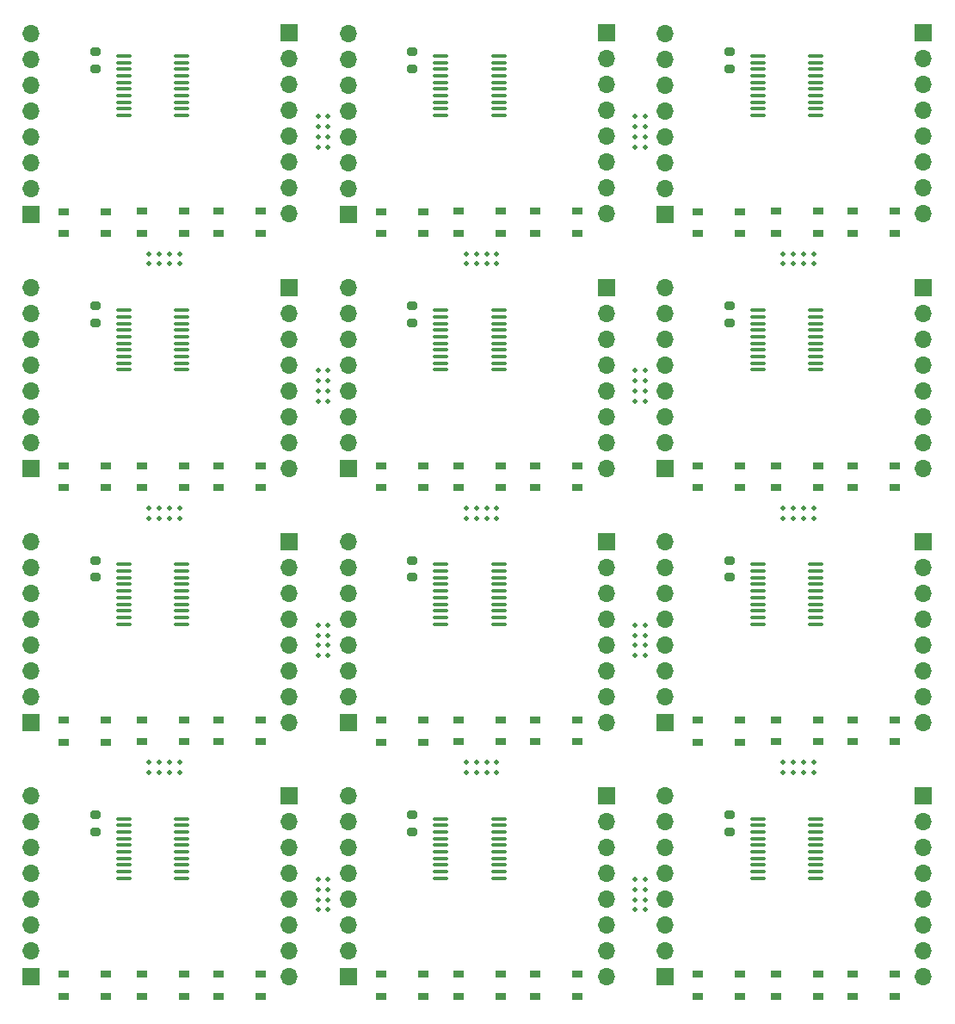
<source format=gbs>
G04 #@! TF.GenerationSoftware,KiCad,Pcbnew,7.0.7*
G04 #@! TF.CreationDate,2024-02-13T21:43:46-05:00*
G04 #@! TF.ProjectId,panelized,70616e65-6c69-47a6-9564-2e6b69636164,rev?*
G04 #@! TF.SameCoordinates,Original*
G04 #@! TF.FileFunction,Soldermask,Bot*
G04 #@! TF.FilePolarity,Negative*
%FSLAX46Y46*%
G04 Gerber Fmt 4.6, Leading zero omitted, Abs format (unit mm)*
G04 Created by KiCad (PCBNEW 7.0.7) date 2024-02-13 21:43:46*
%MOMM*%
%LPD*%
G01*
G04 APERTURE LIST*
G04 Aperture macros list*
%AMRoundRect*
0 Rectangle with rounded corners*
0 $1 Rounding radius*
0 $2 $3 $4 $5 $6 $7 $8 $9 X,Y pos of 4 corners*
0 Add a 4 corners polygon primitive as box body*
4,1,4,$2,$3,$4,$5,$6,$7,$8,$9,$2,$3,0*
0 Add four circle primitives for the rounded corners*
1,1,$1+$1,$2,$3*
1,1,$1+$1,$4,$5*
1,1,$1+$1,$6,$7*
1,1,$1+$1,$8,$9*
0 Add four rect primitives between the rounded corners*
20,1,$1+$1,$2,$3,$4,$5,0*
20,1,$1+$1,$4,$5,$6,$7,0*
20,1,$1+$1,$6,$7,$8,$9,0*
20,1,$1+$1,$8,$9,$2,$3,0*%
G04 Aperture macros list end*
%ADD10R,1.050000X0.650000*%
%ADD11RoundRect,0.200000X0.275000X-0.200000X0.275000X0.200000X-0.275000X0.200000X-0.275000X-0.200000X0*%
%ADD12RoundRect,0.100000X-0.637500X-0.100000X0.637500X-0.100000X0.637500X0.100000X-0.637500X0.100000X0*%
%ADD13C,0.500000*%
%ADD14R,1.700000X1.700000*%
%ADD15O,1.700000X1.700000*%
G04 APERTURE END LIST*
D10*
X122419086Y-64675000D03*
X126569086Y-64675000D03*
X122419086Y-62525000D03*
X126569086Y-62525000D03*
X177319086Y-64675000D03*
X181469086Y-64675000D03*
X177319086Y-62525000D03*
X181469086Y-62525000D03*
D11*
X110344086Y-98500000D03*
X110344086Y-96850000D03*
D10*
X111394086Y-137550000D03*
X107244086Y-137550000D03*
X111394086Y-139700000D03*
X107244086Y-139700000D03*
X114919086Y-89675000D03*
X119069086Y-89675000D03*
X114919086Y-87525000D03*
X119069086Y-87525000D03*
D12*
X113119086Y-53100000D03*
X113119086Y-52450000D03*
X113119086Y-51800000D03*
X113119086Y-51150000D03*
X113119086Y-50500000D03*
X113119086Y-49850000D03*
X113119086Y-49200000D03*
X113119086Y-48550000D03*
X113119086Y-47900000D03*
X113119086Y-47250000D03*
X118844086Y-47250000D03*
X118844086Y-47900000D03*
X118844086Y-48550000D03*
X118844086Y-49200000D03*
X118844086Y-49850000D03*
X118844086Y-50500000D03*
X118844086Y-51150000D03*
X118844086Y-51800000D03*
X118844086Y-52450000D03*
X118844086Y-53100000D03*
D10*
X111394086Y-62550000D03*
X107244086Y-62550000D03*
X111394086Y-64700000D03*
X107244086Y-64700000D03*
D12*
X144319086Y-53100000D03*
X144319086Y-52450000D03*
X144319086Y-51800000D03*
X144319086Y-51150000D03*
X144319086Y-50500000D03*
X144319086Y-49850000D03*
X144319086Y-49200000D03*
X144319086Y-48550000D03*
X144319086Y-47900000D03*
X144319086Y-47250000D03*
X150044086Y-47250000D03*
X150044086Y-47900000D03*
X150044086Y-48550000D03*
X150044086Y-49200000D03*
X150044086Y-49850000D03*
X150044086Y-50500000D03*
X150044086Y-51150000D03*
X150044086Y-51800000D03*
X150044086Y-52450000D03*
X150044086Y-53100000D03*
D11*
X110344086Y-73500000D03*
X110344086Y-71850000D03*
D12*
X144319086Y-128100000D03*
X144319086Y-127450000D03*
X144319086Y-126800000D03*
X144319086Y-126150000D03*
X144319086Y-125500000D03*
X144319086Y-124850000D03*
X144319086Y-124200000D03*
X144319086Y-123550000D03*
X144319086Y-122900000D03*
X144319086Y-122250000D03*
X150044086Y-122250000D03*
X150044086Y-122900000D03*
X150044086Y-123550000D03*
X150044086Y-124200000D03*
X150044086Y-124850000D03*
X150044086Y-125500000D03*
X150044086Y-126150000D03*
X150044086Y-126800000D03*
X150044086Y-127450000D03*
X150044086Y-128100000D03*
D10*
X153619086Y-114675000D03*
X157769086Y-114675000D03*
X153619086Y-112525000D03*
X157769086Y-112525000D03*
X142594086Y-87550000D03*
X138444086Y-87550000D03*
X142594086Y-89700000D03*
X138444086Y-89700000D03*
D12*
X113119086Y-103100000D03*
X113119086Y-102450000D03*
X113119086Y-101800000D03*
X113119086Y-101150000D03*
X113119086Y-100500000D03*
X113119086Y-99850000D03*
X113119086Y-99200000D03*
X113119086Y-98550000D03*
X113119086Y-97900000D03*
X113119086Y-97250000D03*
X118844086Y-97250000D03*
X118844086Y-97900000D03*
X118844086Y-98550000D03*
X118844086Y-99200000D03*
X118844086Y-99850000D03*
X118844086Y-100500000D03*
X118844086Y-101150000D03*
X118844086Y-101800000D03*
X118844086Y-102450000D03*
X118844086Y-103100000D03*
D10*
X184819086Y-114675000D03*
X188969086Y-114675000D03*
X184819086Y-112525000D03*
X188969086Y-112525000D03*
X122419086Y-89675000D03*
X126569086Y-89675000D03*
X122419086Y-87525000D03*
X126569086Y-87525000D03*
D12*
X175519086Y-103100000D03*
X175519086Y-102450000D03*
X175519086Y-101800000D03*
X175519086Y-101150000D03*
X175519086Y-100500000D03*
X175519086Y-99850000D03*
X175519086Y-99200000D03*
X175519086Y-98550000D03*
X175519086Y-97900000D03*
X175519086Y-97250000D03*
X181244086Y-97250000D03*
X181244086Y-97900000D03*
X181244086Y-98550000D03*
X181244086Y-99200000D03*
X181244086Y-99850000D03*
X181244086Y-100500000D03*
X181244086Y-101150000D03*
X181244086Y-101800000D03*
X181244086Y-102450000D03*
X181244086Y-103100000D03*
X175519086Y-53100000D03*
X175519086Y-52450000D03*
X175519086Y-51800000D03*
X175519086Y-51150000D03*
X175519086Y-50500000D03*
X175519086Y-49850000D03*
X175519086Y-49200000D03*
X175519086Y-48550000D03*
X175519086Y-47900000D03*
X175519086Y-47250000D03*
X181244086Y-47250000D03*
X181244086Y-47900000D03*
X181244086Y-48550000D03*
X181244086Y-49200000D03*
X181244086Y-49850000D03*
X181244086Y-50500000D03*
X181244086Y-51150000D03*
X181244086Y-51800000D03*
X181244086Y-52450000D03*
X181244086Y-53100000D03*
D10*
X173794086Y-112550000D03*
X169644086Y-112550000D03*
X173794086Y-114700000D03*
X169644086Y-114700000D03*
X153619086Y-89675000D03*
X157769086Y-89675000D03*
X153619086Y-87525000D03*
X157769086Y-87525000D03*
D11*
X172744086Y-73500000D03*
X172744086Y-71850000D03*
D10*
X146119086Y-114675000D03*
X150269086Y-114675000D03*
X146119086Y-112525000D03*
X150269086Y-112525000D03*
X122419086Y-114675000D03*
X126569086Y-114675000D03*
X122419086Y-112525000D03*
X126569086Y-112525000D03*
X111394086Y-87550000D03*
X107244086Y-87550000D03*
X111394086Y-89700000D03*
X107244086Y-89700000D03*
X146119086Y-139675000D03*
X150269086Y-139675000D03*
X146119086Y-137525000D03*
X150269086Y-137525000D03*
X153619086Y-139675000D03*
X157769086Y-139675000D03*
X153619086Y-137525000D03*
X157769086Y-137525000D03*
X173794086Y-87550000D03*
X169644086Y-87550000D03*
X173794086Y-89700000D03*
X169644086Y-89700000D03*
X177319086Y-114675000D03*
X181469086Y-114675000D03*
X177319086Y-112525000D03*
X181469086Y-112525000D03*
X142594086Y-137550000D03*
X138444086Y-137550000D03*
X142594086Y-139700000D03*
X138444086Y-139700000D03*
X114919086Y-114675000D03*
X119069086Y-114675000D03*
X114919086Y-112525000D03*
X119069086Y-112525000D03*
X177319086Y-139675000D03*
X181469086Y-139675000D03*
X177319086Y-137525000D03*
X181469086Y-137525000D03*
D11*
X141544086Y-123500000D03*
X141544086Y-121850000D03*
D10*
X184819086Y-139675000D03*
X188969086Y-139675000D03*
X184819086Y-137525000D03*
X188969086Y-137525000D03*
X184819086Y-89675000D03*
X188969086Y-89675000D03*
X184819086Y-87525000D03*
X188969086Y-87525000D03*
X146119086Y-64675000D03*
X150269086Y-64675000D03*
X146119086Y-62525000D03*
X150269086Y-62525000D03*
X114919086Y-64675000D03*
X119069086Y-64675000D03*
X114919086Y-62525000D03*
X119069086Y-62525000D03*
D11*
X172744086Y-48500000D03*
X172744086Y-46850000D03*
D12*
X175519086Y-128100000D03*
X175519086Y-127450000D03*
X175519086Y-126800000D03*
X175519086Y-126150000D03*
X175519086Y-125500000D03*
X175519086Y-124850000D03*
X175519086Y-124200000D03*
X175519086Y-123550000D03*
X175519086Y-122900000D03*
X175519086Y-122250000D03*
X181244086Y-122250000D03*
X181244086Y-122900000D03*
X181244086Y-123550000D03*
X181244086Y-124200000D03*
X181244086Y-124850000D03*
X181244086Y-125500000D03*
X181244086Y-126150000D03*
X181244086Y-126800000D03*
X181244086Y-127450000D03*
X181244086Y-128100000D03*
D11*
X141544086Y-48500000D03*
X141544086Y-46850000D03*
D10*
X184819086Y-64675000D03*
X188969086Y-64675000D03*
X184819086Y-62525000D03*
X188969086Y-62525000D03*
D12*
X144319086Y-103100000D03*
X144319086Y-102450000D03*
X144319086Y-101800000D03*
X144319086Y-101150000D03*
X144319086Y-100500000D03*
X144319086Y-99850000D03*
X144319086Y-99200000D03*
X144319086Y-98550000D03*
X144319086Y-97900000D03*
X144319086Y-97250000D03*
X150044086Y-97250000D03*
X150044086Y-97900000D03*
X150044086Y-98550000D03*
X150044086Y-99200000D03*
X150044086Y-99850000D03*
X150044086Y-100500000D03*
X150044086Y-101150000D03*
X150044086Y-101800000D03*
X150044086Y-102450000D03*
X150044086Y-103100000D03*
D11*
X110344086Y-123500000D03*
X110344086Y-121850000D03*
X110344086Y-48500000D03*
X110344086Y-46850000D03*
X172744086Y-98500000D03*
X172744086Y-96850000D03*
D10*
X114919086Y-139675000D03*
X119069086Y-139675000D03*
X114919086Y-137525000D03*
X119069086Y-137525000D03*
X173794086Y-62550000D03*
X169644086Y-62550000D03*
X173794086Y-64700000D03*
X169644086Y-64700000D03*
X177319086Y-89675000D03*
X181469086Y-89675000D03*
X177319086Y-87525000D03*
X181469086Y-87525000D03*
X111394086Y-112550000D03*
X107244086Y-112550000D03*
X111394086Y-114700000D03*
X107244086Y-114700000D03*
X142594086Y-112550000D03*
X138444086Y-112550000D03*
X142594086Y-114700000D03*
X138444086Y-114700000D03*
X153619086Y-64675000D03*
X157769086Y-64675000D03*
X153619086Y-62525000D03*
X157769086Y-62525000D03*
X142594086Y-62550000D03*
X138444086Y-62550000D03*
X142594086Y-64700000D03*
X138444086Y-64700000D03*
D11*
X141544086Y-98500000D03*
X141544086Y-96850000D03*
D12*
X113119086Y-78100000D03*
X113119086Y-77450000D03*
X113119086Y-76800000D03*
X113119086Y-76150000D03*
X113119086Y-75500000D03*
X113119086Y-74850000D03*
X113119086Y-74200000D03*
X113119086Y-73550000D03*
X113119086Y-72900000D03*
X113119086Y-72250000D03*
X118844086Y-72250000D03*
X118844086Y-72900000D03*
X118844086Y-73550000D03*
X118844086Y-74200000D03*
X118844086Y-74850000D03*
X118844086Y-75500000D03*
X118844086Y-76150000D03*
X118844086Y-76800000D03*
X118844086Y-77450000D03*
X118844086Y-78100000D03*
D10*
X173794086Y-137550000D03*
X169644086Y-137550000D03*
X173794086Y-139700000D03*
X169644086Y-139700000D03*
X122419086Y-139675000D03*
X126569086Y-139675000D03*
X122419086Y-137525000D03*
X126569086Y-137525000D03*
X146119086Y-89675000D03*
X150269086Y-89675000D03*
X146119086Y-87525000D03*
X150269086Y-87525000D03*
D12*
X113119086Y-128100000D03*
X113119086Y-127450000D03*
X113119086Y-126800000D03*
X113119086Y-126150000D03*
X113119086Y-125500000D03*
X113119086Y-124850000D03*
X113119086Y-124200000D03*
X113119086Y-123550000D03*
X113119086Y-122900000D03*
X113119086Y-122250000D03*
X118844086Y-122250000D03*
X118844086Y-122900000D03*
X118844086Y-123550000D03*
X118844086Y-124200000D03*
X118844086Y-124850000D03*
X118844086Y-125500000D03*
X118844086Y-126150000D03*
X118844086Y-126800000D03*
X118844086Y-127450000D03*
X118844086Y-128100000D03*
X144319086Y-78100000D03*
X144319086Y-77450000D03*
X144319086Y-76800000D03*
X144319086Y-76150000D03*
X144319086Y-75500000D03*
X144319086Y-74850000D03*
X144319086Y-74200000D03*
X144319086Y-73550000D03*
X144319086Y-72900000D03*
X144319086Y-72250000D03*
X150044086Y-72250000D03*
X150044086Y-72900000D03*
X150044086Y-73550000D03*
X150044086Y-74200000D03*
X150044086Y-74850000D03*
X150044086Y-75500000D03*
X150044086Y-76150000D03*
X150044086Y-76800000D03*
X150044086Y-77450000D03*
X150044086Y-78100000D03*
X175519086Y-78100000D03*
X175519086Y-77450000D03*
X175519086Y-76800000D03*
X175519086Y-76150000D03*
X175519086Y-75500000D03*
X175519086Y-74850000D03*
X175519086Y-74200000D03*
X175519086Y-73550000D03*
X175519086Y-72900000D03*
X175519086Y-72250000D03*
X181244086Y-72250000D03*
X181244086Y-72900000D03*
X181244086Y-73550000D03*
X181244086Y-74200000D03*
X181244086Y-74850000D03*
X181244086Y-75500000D03*
X181244086Y-76150000D03*
X181244086Y-76800000D03*
X181244086Y-77450000D03*
X181244086Y-78100000D03*
D11*
X141544086Y-73500000D03*
X141544086Y-71850000D03*
X172744086Y-123500000D03*
X172744086Y-121850000D03*
D13*
X116644086Y-66700000D03*
X163444086Y-130200000D03*
X116644086Y-91700000D03*
D14*
X160644086Y-95000000D03*
D15*
X160644086Y-97540000D03*
X160644086Y-100080000D03*
X160644086Y-102620000D03*
X160644086Y-105160000D03*
X160644086Y-107700000D03*
X160644086Y-110240000D03*
X160644086Y-112780000D03*
D13*
X118644086Y-117700000D03*
X117644086Y-67700000D03*
X179044086Y-66700000D03*
X163444086Y-106200000D03*
X181044086Y-66700000D03*
X148844086Y-66700000D03*
X164444086Y-104200000D03*
X147844086Y-67700000D03*
X164444086Y-128200000D03*
X133244086Y-105200000D03*
X180044086Y-116700000D03*
X163444086Y-80200000D03*
X132244086Y-128200000D03*
X118644086Y-66700000D03*
D14*
X191844086Y-70000000D03*
D15*
X191844086Y-72540000D03*
X191844086Y-75080000D03*
X191844086Y-77620000D03*
X191844086Y-80160000D03*
X191844086Y-82700000D03*
X191844086Y-85240000D03*
X191844086Y-87780000D03*
D14*
X191844086Y-120000000D03*
D15*
X191844086Y-122540000D03*
X191844086Y-125080000D03*
X191844086Y-127620000D03*
X191844086Y-130160000D03*
X191844086Y-132700000D03*
X191844086Y-135240000D03*
X191844086Y-137780000D03*
D13*
X147844086Y-91700000D03*
X146844086Y-91700000D03*
X179044086Y-67700000D03*
X180044086Y-91700000D03*
X115644086Y-117700000D03*
X146844086Y-66700000D03*
D14*
X135244086Y-62800000D03*
D15*
X135244086Y-60260000D03*
X135244086Y-57720000D03*
X135244086Y-55180000D03*
X135244086Y-52640000D03*
X135244086Y-50100000D03*
X135244086Y-47560000D03*
X135244086Y-45020000D03*
D13*
X149844086Y-66700000D03*
X133244086Y-129200000D03*
X133244086Y-104200000D03*
X164444086Y-56200000D03*
X178044086Y-92700000D03*
X132244086Y-54200000D03*
X180044086Y-92700000D03*
X117644086Y-117700000D03*
X132244086Y-103200000D03*
X133244086Y-130200000D03*
X132244086Y-81200000D03*
X115644086Y-92700000D03*
X163444086Y-128200000D03*
X132244086Y-79200000D03*
X149844086Y-92700000D03*
X181044086Y-91700000D03*
X180044086Y-66700000D03*
X148844086Y-67700000D03*
D14*
X166444086Y-62800000D03*
D15*
X166444086Y-60260000D03*
X166444086Y-57720000D03*
X166444086Y-55180000D03*
X166444086Y-52640000D03*
X166444086Y-50100000D03*
X166444086Y-47560000D03*
X166444086Y-45020000D03*
D13*
X132244086Y-105200000D03*
X117644086Y-91700000D03*
X118644086Y-92700000D03*
X181044086Y-92700000D03*
X147844086Y-116700000D03*
X163444086Y-78200000D03*
X164444086Y-106200000D03*
X163444086Y-129200000D03*
D14*
X191844086Y-45000000D03*
D15*
X191844086Y-47540000D03*
X191844086Y-50080000D03*
X191844086Y-52620000D03*
X191844086Y-55160000D03*
X191844086Y-57700000D03*
X191844086Y-60240000D03*
X191844086Y-62780000D03*
D13*
X147844086Y-66700000D03*
D14*
X166444086Y-87800000D03*
D15*
X166444086Y-85260000D03*
X166444086Y-82720000D03*
X166444086Y-80180000D03*
X166444086Y-77640000D03*
X166444086Y-75100000D03*
X166444086Y-72560000D03*
X166444086Y-70020000D03*
D13*
X132244086Y-104200000D03*
X181044086Y-116700000D03*
X164444086Y-78200000D03*
X118644086Y-116700000D03*
X133244086Y-54200000D03*
X164444086Y-53200000D03*
X163444086Y-54200000D03*
X132244086Y-55200000D03*
X117644086Y-92700000D03*
X147844086Y-92700000D03*
D14*
X129444086Y-95000000D03*
D15*
X129444086Y-97540000D03*
X129444086Y-100080000D03*
X129444086Y-102620000D03*
X129444086Y-105160000D03*
X129444086Y-107700000D03*
X129444086Y-110240000D03*
X129444086Y-112780000D03*
D13*
X116644086Y-116700000D03*
X179044086Y-91700000D03*
D14*
X104044086Y-112800000D03*
D15*
X104044086Y-110260000D03*
X104044086Y-107720000D03*
X104044086Y-105180000D03*
X104044086Y-102640000D03*
X104044086Y-100100000D03*
X104044086Y-97560000D03*
X104044086Y-95020000D03*
D13*
X179044086Y-116700000D03*
D14*
X135244086Y-112800000D03*
D15*
X135244086Y-110260000D03*
X135244086Y-107720000D03*
X135244086Y-105180000D03*
X135244086Y-102640000D03*
X135244086Y-100100000D03*
X135244086Y-97560000D03*
X135244086Y-95020000D03*
D13*
X164444086Y-131200000D03*
X133244086Y-78200000D03*
X181044086Y-117700000D03*
X146844086Y-92700000D03*
X115644086Y-67700000D03*
X178044086Y-66700000D03*
D14*
X104044086Y-87800000D03*
D15*
X104044086Y-85260000D03*
X104044086Y-82720000D03*
X104044086Y-80180000D03*
X104044086Y-77640000D03*
X104044086Y-75100000D03*
X104044086Y-72560000D03*
X104044086Y-70020000D03*
D13*
X149844086Y-91700000D03*
X132244086Y-53200000D03*
D14*
X160644086Y-70000000D03*
D15*
X160644086Y-72540000D03*
X160644086Y-75080000D03*
X160644086Y-77620000D03*
X160644086Y-80160000D03*
X160644086Y-82700000D03*
X160644086Y-85240000D03*
X160644086Y-87780000D03*
D13*
X163444086Y-79200000D03*
X178044086Y-91700000D03*
X148844086Y-91700000D03*
D14*
X129444086Y-70000000D03*
D15*
X129444086Y-72540000D03*
X129444086Y-75080000D03*
X129444086Y-77620000D03*
X129444086Y-80160000D03*
X129444086Y-82700000D03*
X129444086Y-85240000D03*
X129444086Y-87780000D03*
D13*
X163444086Y-105200000D03*
X133244086Y-80200000D03*
X164444086Y-79200000D03*
X132244086Y-131200000D03*
D14*
X191844086Y-95000000D03*
D15*
X191844086Y-97540000D03*
X191844086Y-100080000D03*
X191844086Y-102620000D03*
X191844086Y-105160000D03*
X191844086Y-107700000D03*
X191844086Y-110240000D03*
X191844086Y-112780000D03*
D14*
X104044086Y-62800000D03*
D15*
X104044086Y-60260000D03*
X104044086Y-57720000D03*
X104044086Y-55180000D03*
X104044086Y-52640000D03*
X104044086Y-50100000D03*
X104044086Y-47560000D03*
X104044086Y-45020000D03*
D14*
X104044086Y-137800000D03*
D15*
X104044086Y-135260000D03*
X104044086Y-132720000D03*
X104044086Y-130180000D03*
X104044086Y-127640000D03*
X104044086Y-125100000D03*
X104044086Y-122560000D03*
X104044086Y-120020000D03*
D13*
X132244086Y-129200000D03*
X146844086Y-116700000D03*
X178044086Y-116700000D03*
X147844086Y-117700000D03*
X164444086Y-80200000D03*
X133244086Y-53200000D03*
D14*
X166444086Y-137800000D03*
D15*
X166444086Y-135260000D03*
X166444086Y-132720000D03*
X166444086Y-130180000D03*
X166444086Y-127640000D03*
X166444086Y-125100000D03*
X166444086Y-122560000D03*
X166444086Y-120020000D03*
D13*
X163444086Y-56200000D03*
X178044086Y-117700000D03*
D14*
X160644086Y-45000000D03*
D15*
X160644086Y-47540000D03*
X160644086Y-50080000D03*
X160644086Y-52620000D03*
X160644086Y-55160000D03*
X160644086Y-57700000D03*
X160644086Y-60240000D03*
X160644086Y-62780000D03*
D14*
X135244086Y-87800000D03*
D15*
X135244086Y-85260000D03*
X135244086Y-82720000D03*
X135244086Y-80180000D03*
X135244086Y-77640000D03*
X135244086Y-75100000D03*
X135244086Y-72560000D03*
X135244086Y-70020000D03*
D13*
X133244086Y-79200000D03*
X163444086Y-81200000D03*
X132244086Y-106200000D03*
D14*
X135244086Y-137800000D03*
D15*
X135244086Y-135260000D03*
X135244086Y-132720000D03*
X135244086Y-130180000D03*
X135244086Y-127640000D03*
X135244086Y-125100000D03*
X135244086Y-122560000D03*
X135244086Y-120020000D03*
D13*
X163444086Y-103200000D03*
X133244086Y-56200000D03*
D14*
X166444086Y-112800000D03*
D15*
X166444086Y-110260000D03*
X166444086Y-107720000D03*
X166444086Y-105180000D03*
X166444086Y-102640000D03*
X166444086Y-100100000D03*
X166444086Y-97560000D03*
X166444086Y-95020000D03*
D13*
X118644086Y-91700000D03*
X115644086Y-91700000D03*
X117644086Y-116700000D03*
X164444086Y-81200000D03*
X178044086Y-67700000D03*
X117644086Y-66700000D03*
X133244086Y-131200000D03*
X148844086Y-117700000D03*
X180044086Y-117700000D03*
X116644086Y-67700000D03*
X133244086Y-106200000D03*
X181044086Y-67700000D03*
X118644086Y-67700000D03*
X133244086Y-55200000D03*
X115644086Y-66700000D03*
X180044086Y-67700000D03*
D14*
X160644086Y-120000000D03*
D15*
X160644086Y-122540000D03*
X160644086Y-125080000D03*
X160644086Y-127620000D03*
X160644086Y-130160000D03*
X160644086Y-132700000D03*
X160644086Y-135240000D03*
X160644086Y-137780000D03*
D13*
X115644086Y-116700000D03*
X133244086Y-103200000D03*
X163444086Y-53200000D03*
X149844086Y-67700000D03*
X163444086Y-131200000D03*
X148844086Y-92700000D03*
X163444086Y-104200000D03*
X132244086Y-78200000D03*
X164444086Y-129200000D03*
X179044086Y-92700000D03*
D14*
X129444086Y-120000000D03*
D15*
X129444086Y-122540000D03*
X129444086Y-125080000D03*
X129444086Y-127620000D03*
X129444086Y-130160000D03*
X129444086Y-132700000D03*
X129444086Y-135240000D03*
X129444086Y-137780000D03*
D13*
X132244086Y-130200000D03*
X133244086Y-128200000D03*
X164444086Y-55200000D03*
X132244086Y-80200000D03*
X149844086Y-116700000D03*
X164444086Y-130200000D03*
X133244086Y-81200000D03*
X163444086Y-55200000D03*
X149844086Y-117700000D03*
X116644086Y-117700000D03*
X148844086Y-116700000D03*
X146844086Y-117700000D03*
X179044086Y-117700000D03*
X146844086Y-67700000D03*
X132244086Y-56200000D03*
D14*
X129444086Y-45000000D03*
D15*
X129444086Y-47540000D03*
X129444086Y-50080000D03*
X129444086Y-52620000D03*
X129444086Y-55160000D03*
X129444086Y-57700000D03*
X129444086Y-60240000D03*
X129444086Y-62780000D03*
D13*
X164444086Y-105200000D03*
X116644086Y-92700000D03*
X164444086Y-54200000D03*
X164444086Y-103200000D03*
M02*

</source>
